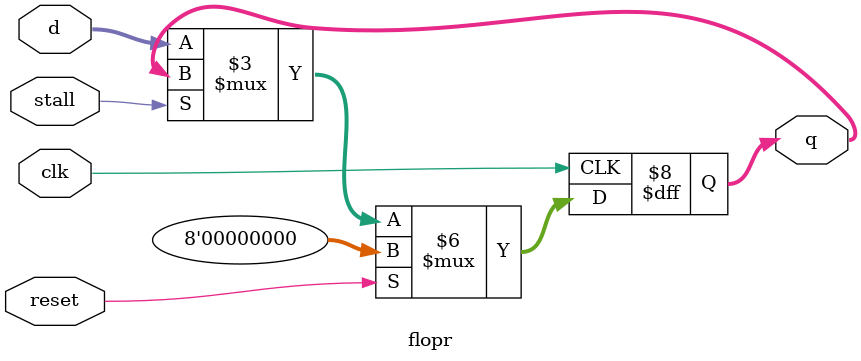
<source format=sv>
module flopr #(parameter WIDTH = 8)
              (input  logic             clk, reset, stall,
               input  logic [WIDTH-1:0] d,
               output logic [WIDTH-1:0] q);
  always_ff @(posedge clk) begin
    if (reset) begin
        q <= 0;
    end else if (~stall) begin
        q <= d;
    end
  end
endmodule
</source>
